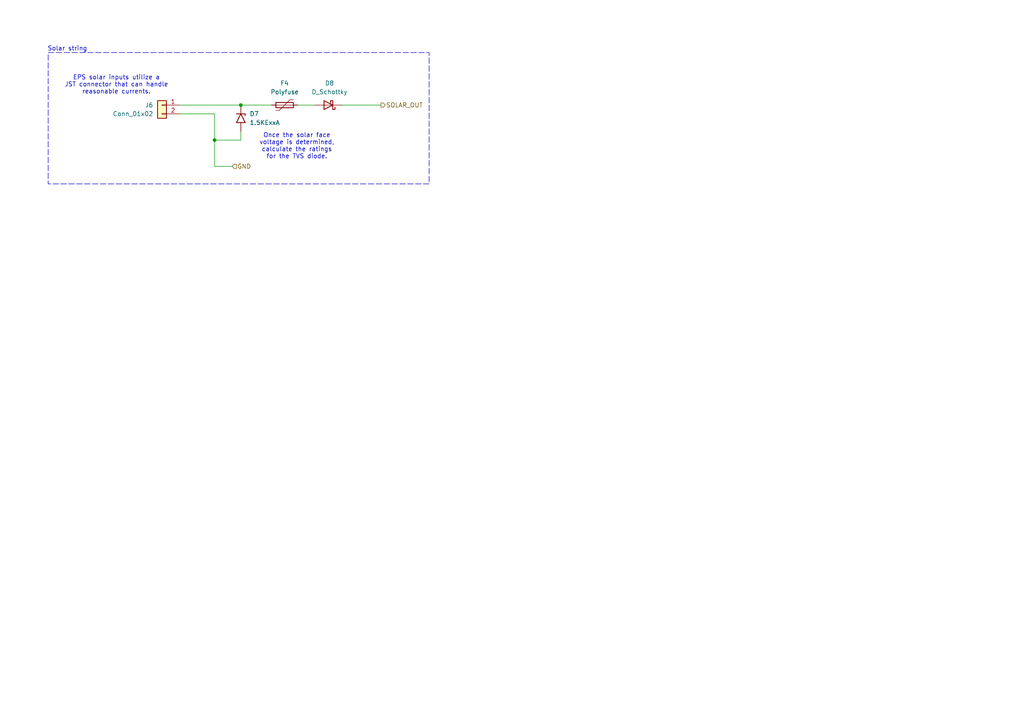
<source format=kicad_sch>
(kicad_sch (version 20250114) (generator "eeschema") (generator_version "9.0")
  (paper "A4")
  (title_block (title "OSUSat CubeSat EPS") (date "2025-08-22") (rev "1") (company "SCRT"))
  (lib_symbols
    (symbol "Connector_Generic:Conn_01x02" (pin_names (offset 1.016) (hide yes))
      (property "Reference" "J" (at 0 2.54 0))
      (property "Value" "Conn_01x02" (at 0 -5.08 0))
      (symbol "Conn_01x02_1_1"
        (rectangle (start -1.27 1.27) (end 1.27 -3.81) (stroke (width 0.254)) (fill (type background)))
        (rectangle (start -1.27 0.127) (end 0 -0.127) (stroke (width 0.1524)))
        (rectangle (start -1.27 -2.413) (end 0 -2.667) (stroke (width 0.1524)))
        (pin passive line (at -5.08 0 0) (length 3.81) (name "Pin_1") (number "1"))
        (pin passive line (at -5.08 -2.54 0) (length 3.81) (name "Pin_2") (number "2"))
      )
    )
    (symbol "Device:D_Schottky" (pin_numbers (hide yes)) (pin_names (offset 1.016) (hide yes))
      (property "Reference" "D" (at 0 2.54 0))
      (property "Value" "D_Schottky" (at 0 -2.54 0))
      (symbol "D_Schottky_0_1"
        (polyline (pts (xy -1.905 0.635) (xy -1.905 1.27) (xy -1.27 1.27) (xy -1.27 -1.27) (xy -0.635 -1.27) (xy -0.635 -0.635)) (stroke (width 0.254)))
        (polyline (pts (xy 1.27 1.27) (xy 1.27 -1.27) (xy -1.27 0) (xy 1.27 1.27)) (stroke (width 0.254)))
        (polyline (pts (xy 1.27 0) (xy -1.27 0)))
      )
      (symbol "D_Schottky_1_1"
        (pin passive line (at -3.81 0 0) (length 2.54) (name "K") (number "1"))
        (pin passive line (at 3.81 0 180) (length 2.54) (name "A") (number "2"))
      )
    )
    (symbol "Device:Polyfuse" (pin_numbers (hide yes)) (pin_names (offset 0))
      (property "Reference" "F" (at -2.54 0 90))
      (property "Value" "Polyfuse" (at 2.54 0 90))
      (symbol "Polyfuse_0_1"
        (polyline (pts (xy -1.524 2.54) (xy -1.524 1.524) (xy 1.524 -1.524) (xy 1.524 -2.54)))
        (rectangle (start -0.762 2.54) (end 0.762 -2.54) (stroke (width 0.254)))
        (polyline (pts (xy 0 2.54) (xy 0 -2.54)))
      )
      (symbol "Polyfuse_1_1"
        (pin passive line (at 0 3.81 270) (length 1.27) (name "~") (number "1"))
        (pin passive line (at 0 -3.81 90) (length 1.27) (name "~") (number "2"))
      )
    )
    (symbol "Diode:1.5KExxA" (pin_numbers (hide yes)) (pin_names (offset 1.016) (hide yes))
      (property "Reference" "D" (at 0 2.54 0))
      (property "Value" "1.5KExxA" (at 0 -2.54 0))
      (symbol "1.5KExxA_0_1"
        (polyline (pts (xy -0.762 1.27) (xy -1.27 1.27) (xy -1.27 -1.27)) (stroke (width 0.254)))
        (polyline (pts (xy 1.27 1.27) (xy 1.27 -1.27) (xy -1.27 0) (xy 1.27 1.27)) (stroke (width 0.254)))
      )
      (symbol "1.5KExxA_1_1"
        (pin passive line (at -3.81 0 0) (length 2.54) (name "A1") (number "1"))
        (pin passive line (at 3.81 0 180) (length 2.54) (name "A2") (number "2"))
      )
    )
  )
  (rectangle (start 13.97 15.24) (end 124.46 53.34) (stroke (width 0) (type dash)))
  (text "Once the solar face\nvoltage is determined,\ncalculate the ratings\nfor the TVS diode." (at 86.106 42.418 0) (effects (font (size 1.27 1.27))))
  (text "EPS solar inputs utilize a\nJST connector that can handle\nreasonable currents." (at 33.782 24.638 0) (effects (font (size 1.27 1.27))))
  (text "Solar string" (at 19.558 14.224 0) (effects (font (size 1.27 1.27))))
  (junction (at 62.23 40.64))
  (junction (at 69.85 30.48))
  (wire (pts (xy 52.07 30.48) (xy 69.85 30.48)))
  (wire (pts (xy 69.85 30.48) (xy 78.74 30.48)))
  (wire (pts (xy 69.85 38.1) (xy 69.85 40.64)))
  (wire (pts (xy 62.23 40.64) (xy 62.23 48.26)))
  (wire (pts (xy 99.06 30.48) (xy 110.49 30.48)))
  (wire (pts (xy 62.23 48.26) (xy 67.31 48.26)))
  (wire (pts (xy 62.23 33.02) (xy 62.23 40.64)))
  (wire (pts (xy 86.36 30.48) (xy 91.44 30.48)))
  (wire (pts (xy 69.85 40.64) (xy 62.23 40.64)))
  (wire (pts (xy 52.07 33.02) (xy 62.23 33.02)))
  (hierarchical_label "GND" (shape input) (at 67.31 48.26 0))
  (hierarchical_label "SOLAR_OUT" (shape output) (at 110.49 30.48 0))
  (symbol (lib_id "Device:Polyfuse") (at 82.55 30.48 90) (unit 1)
    (property "Reference" "F1" (at 82.55 24.13 90))
    (property "Value" "Polyfuse" (at 82.55 26.67 90))
    (property "Footprint" "Fuse:Fuse_1210_3225Metric" (effects (hide yes)))
    (property "Description" "Resettable fuse, polymeric positive temperature coefficient" (effects (hide yes)))
    (instances (project "eps" (path "" (reference "F4") (unit 1)) (path "" (reference "F2") (unit 1)) (path "" (reference "F6") (unit 1)) (path "" (reference "F5") (unit 1)) (path "" (reference "F1") (unit 1)) (path "" (reference "F3") (unit 1))))
  )
  (symbol (lib_id "Device:D_Schottky") (at 95.25 30.48 180) (unit 1)
    (property "Reference" "D2" (at 95.5675 24.13 0))
    (property "Value" "D_Schottky" (at 95.5675 26.67 0))
    (property "Footprint" "Diode_SMD:D_SMA" (effects (hide yes)))
    (property "Description" "Schottky diode" (effects (hide yes)))
    (instances (project "eps" (path "" (reference "D8") (unit 1)) (path "" (reference "D4") (unit 1)) (path "" (reference "D12") (unit 1)) (path "" (reference "D10") (unit 1)) (path "" (reference "D2") (unit 1)) (path "" (reference "D6") (unit 1))))
  )
  (symbol (lib_id "Connector_Generic:Conn_01x02") (at 46.99 30.48 0) (mirror y) (unit 1)
    (property "Reference" "J3" (at 44.45 30.4799 0) (effects (justify left)))
    (property "Value" "Conn_01x02" (at 44.45 33.0199 0) (effects (justify left)))
    (property "Footprint" "Connector_JST:JST_PH_B2B-PH-K_1x02_P2.00mm_Vertical" (effects (hide yes)))
    (property "Description" "Generic connector, single row, 01x02, script generated (kicad-library-utils/schlib/autogen/connector/)" (effects (hide yes)))
    (instances (project "eps" (path "" (reference "J6") (unit 1)) (path "" (reference "J4") (unit 1)) (path "" (reference "J8") (unit 1)) (path "" (reference "J7") (unit 1)) (path "" (reference "J3") (unit 1)) (path "" (reference "J5") (unit 1))))
  )
  (symbol (lib_id "Diode:1.5KExxA") (at 69.85 34.29 270) (unit 1)
    (property "Reference" "D1" (at 72.39 33.0199 90) (effects (justify left)))
    (property "Value" "1.5KExxA" (at 72.39 35.5599 90) (effects (justify left)))
    (property "Footprint" "Diode_THT:D_DO-201AE_P15.24mm_Horizontal" (effects (hide yes)))
    (property "Datasheet" "https://www.vishay.com/docs/88301/15ke.pdf" (effects (hide yes)))
    (property "Description" "1500W unidirectional TVS diode, DO-201AE" (effects (hide yes)))
    (instances (project "eps" (path "" (reference "D7") (unit 1)) (path "" (reference "D3") (unit 1)) (path "" (reference "D11") (unit 1)) (path "" (reference "D9") (unit 1)) (path "" (reference "D1") (unit 1)) (path "" (reference "D5") (unit 1))))
  )
)
</source>
